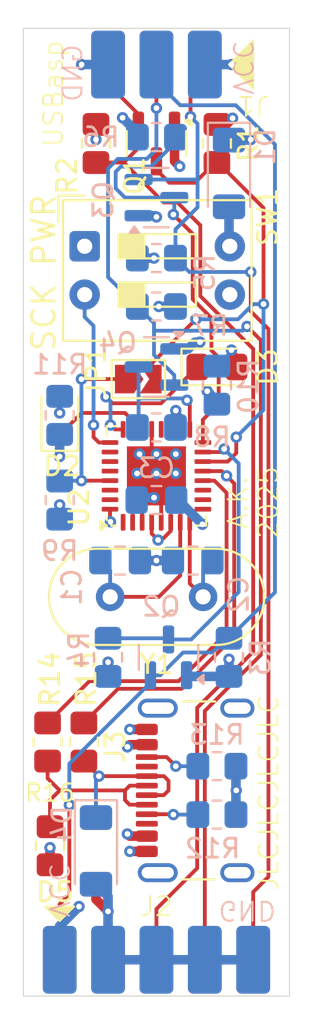
<source format=kicad_pcb>
(kicad_pcb (version 20241229) (generator "pcbnew") (generator_version "9.0")
  (layers (0 "F.Cu" signal) (4 "In1.Cu" signal) (6 "In2.Cu" signal) (2 "B.Cu" signal) (13 "F.Paste" user) (15 "B.Paste" user) (5 "F.SilkS" user "F.Silkscreen") (7 "B.SilkS" user "B.Silkscreen") (1 "F.Mask" user) (3 "B.Mask" user) (25 "Edge.Cuts" user))
  (net 0 "")
  (net 1 "GND")
  (net 2 "Net-(U2-PB6{slash}XTAL1)")
  (net 3 "Net-(U2-PB7{slash}XTAL2)")
  (net 4 "Net-(D1-A)")
  (net 5 "VCC")
  (net 6 "Net-(D2-K)")
  (net 7 "Net-(D2-A)")
  (net 8 "Net-(D3-A)")
  (net 9 "Net-(D3-K)")
  (net 10 "Net-(D4-K)")
  (net 11 "Net-(D5-K)")
  (net 12 "/shifter/LD1")
  (net 13 "/shifter/LD3")
  (net 14 "/shifter/LD0")
  (net 15 "/shifter/LD2")
  (net 17 "/shifter/HD0")
  (net 18 "/shifter/HD1")
  (net 19 "/shifter/HD2")
  (net 20 "/shifter/HD3")
  (net 21 "+5V")
  (net 22 "Net-(JP1-A)")
  (net 23 "Net-(J3-CC1)")
  (net 24 "Net-(J3-CC2)")
  (net 25 "Net-(U2-PB0)")
  (net 26 "Net-(U2-PB1)")
  (net 27 "Net-(U2-PC2)")
  (footprint "LED_SMD:LED_0805_2012Metric_Pad1.15x1.40mm_HandSolder" (layer "F.Cu") (at 172.72 97.155 90)
    (property "Reference" "D2")
    (property "Value" "Green")
  )
  (footprint "Resistor_SMD:R_0805_2012Metric_Pad1.20x1.40mm_HandSolder" (layer "F.Cu") (at 173.99 114.3 -90)
    (property "Reference" "R15")
    (property "Value" "66R")
  )
  (footprint "Diode_SMD:D_MiniMELF" (layer "F.Cu") (at 174.625 120.015 -90)
    (property "Reference" "D5")
    (property "Value" "3V6")
  )
  (footprint "Resistor_SMD:R_0805_2012Metric_Pad1.20x1.40mm_HandSolder" (layer "F.Cu") (at 174.625 82.8825 -90)
    (property "Reference" "R2")
    (property "Value" "4K7")
  )
  (footprint "Package_TO_SOT_SMD:SOT-23" (layer "F.Cu") (at 177.8 82.8825 -90)
    (property "Reference" "Q1")
    (property "Value" "BS170F")
  )
  (footprint "Button_Switch_THT:SW_DIP_SPSTx02_Slide_9.78x7.26mm_W7.62mm_P2.54mm" (layer "F.Cu") (at 174.0325 88.2775)
    (property "Reference" "SW1")
    (property "Value" "SW_DIP_x02")
  )
  (footprint "Package_DFN_QFN:QFN-32-1EP_5x5mm_P0.5mm_EP3.1x3.1mm" (layer "F.Cu") (at 177.8 100.33 90)
    (property "Reference" "U2")
    (property "Value" "ATmega8A-M")
  )
  (footprint "LED_SMD:LED_0805_2012Metric_Pad1.15x1.40mm_HandSolder" (layer "F.Cu") (at 180.975 94.615)
    (property "Reference" "D3")
    (property "Value" "Red")
  )
  (footprint "Resistor_SMD:R_0805_2012Metric_Pad1.20x1.40mm_HandSolder" (layer "F.Cu") (at 172.212 119.745 90)
    (property "Reference" "R16")
    (property "Value" "2K2")
  )
  (footprint "Jumper:SolderJumper-2_P1.3mm_Open_TrianglePad1.0x1.5mm" (layer "F.Cu") (at 176.8475 95.25)
    (property "Reference" "JP1")
    (property "Value" "Jumper_2_Open")
  )
  (footprint "Connector_USB:USB_C_Receptacle_GCT_USB4105-xx-A_16P_TopMnt_Horizontal" (layer "F.Cu") (at 180.975 116.84 90)
    (property "Reference" "J3")
    (property "Value" "USB_C_Receptacle_USB2.0_14P")
  )
  (footprint "Resistor_SMD:R_0805_2012Metric_Pad1.20x1.40mm_HandSolder" (layer "F.Cu") (at 180.975 82.8825 -90)
    (property "Reference" "R1")
    (property "Value" "4K7")
  )
  (footprint "isp:Edge6" (layer "F.Cu") (at 177.8 78.74 180)
    (property "Reference" "J1")
    (property "Value" "AVR-ISP-6")
  )
  (footprint "isp:Edge10" (layer "F.Cu") (at 177.8 125.73)
    (property "Reference" "J2")
    (property "Value" "AVR-ISP-10")
  )
  (footprint "Crystal:Crystal_HC49-U_Vertical" (layer "F.Cu") (at 180.25 106.68 180)
    (property "Reference" "Y1")
    (property "Value" "12M")
  )
  (footprint "Resistor_SMD:R_0805_2012Metric_Pad1.20x1.40mm_HandSolder" (layer "F.Cu") (at 172.085 114.3 -90)
    (property "Reference" "R14")
    (property "Value" "66R")
  )
  (footprint "Package_TO_SOT_SMD:SOT-23" (layer "B.Cu") (at 177.8 94.615 180)
    (property "Reference" "Q4")
    (property "Value" "BS170F")
  )
  (footprint "Resistor_SMD:R_0805_2012Metric_Pad1.20x1.40mm_HandSolder" (layer "B.Cu") (at 180.975 118.11 180)
    (property "Reference" "R12")
    (property "Value" "1K5")
  )
  (footprint "Resistor_SMD:R_0805_2012Metric_Pad1.20x1.40mm_HandSolder" (layer "B.Cu") (at 180.975 115.57 180)
    (property "Reference" "R13")
    (property "Value" "1K5")
  )
  (footprint "Capacitor_SMD:C_0805_2012Metric_Pad1.18x1.45mm_HandSolder" (layer "B.Cu") (at 179.705 104.775 180)
    (property "Reference" "C2")
    (property "Value" "22p")
  )
  (footprint "Resistor_SMD:R_0805_2012Metric_Pad1.20x1.40mm_HandSolder" (layer "B.Cu") (at 177.8 97.79 180)
    (property "Reference" "R8")
    (property "Value" "4K7")
  )
  (footprint "Diode_SMD:D_MiniMELF" (layer "B.Cu") (at 174.625 120.015 -90)
    (property "Reference" "D4")
    (property "Value" "3V6")
  )
  (footprint "Capacitor_SMD:C_0805_2012Metric_Pad1.18x1.45mm_HandSolder" (layer "B.Cu") (at 177.8 101.6 180)
    (property "Reference" "C3")
    (property "Value" "100n")
  )
  (footprint "Package_TO_SOT_SMD:SOT-23" (layer "B.Cu") (at 178.435 109.855 90)
    (property "Reference" "Q2")
    (property "Value" "BS170F")
  )
  (footprint "Resistor_SMD:R_0805_2012Metric_Pad1.20x1.40mm_HandSolder" (layer "B.Cu") (at 177.8 91.44 180)
    (property "Reference" "R7")
    (property "Value" "4K7")
  )
  (footprint "Resistor_SMD:R_0805_2012Metric_Pad1.20x1.40mm_HandSolder" (layer "B.Cu") (at 172.72 101.6 90)
    (property "Reference" "R9")
    (property "Value" "10K")
  )
  (footprint "Resistor_SMD:R_0805_2012Metric_Pad1.20x1.40mm_HandSolder" (layer "B.Cu") (at 172.72 97.155 -90)
    (property "Reference" "R11")
    (property "Value" "1K")
  )
  (footprint "Resistor_SMD:R_0805_2012Metric_Pad1.20x1.40mm_HandSolder" (layer "B.Cu") (at 177.8 82.55)
    (property "Reference" "R6")
    (property "Value" "4K7")
  )
  (footprint "Package_TO_SOT_SMD:SOT-23" (layer "B.Cu") (at 177.8 85.725)
    (property "Reference" "Q3")
    (property "Value" "BS170F")
  )
  (footprint "Resistor_SMD:R_0805_2012Metric_Pad1.20x1.40mm_HandSolder" (layer "B.Cu") (at 177.8 88.9)
    (property "Reference" "R5")
    (property "Value" "4K7")
  )
  (footprint "Capacitor_SMD:C_0805_2012Metric_Pad1.18x1.45mm_HandSolder" (layer "B.Cu") (at 175.895 104.775)
    (property "Reference" "C1")
    (property "Value" "22p")
  )
  (footprint "Resistor_SMD:R_0805_2012Metric_Pad1.20x1.40mm_HandSolder" (layer "B.Cu") (at 181.61 109.855 90)
    (property "Reference" "R3")
    (property "Value" "4K7")
  )
  (footprint "Resistor_SMD:R_0805_2012Metric_Pad1.20x1.40mm_HandSolder" (layer "B.Cu") (at 175.26 109.855 90)
    (property "Reference" "R4")
    (property "Value" "4K7")
  )
  (footprint "Resistor_SMD:R_0805_2012Metric_Pad1.20x1.40mm_HandSolder" (layer "B.Cu") (at 180.975 95.5675 -90)
    (property "Reference" "R10")
    (property "Value" "1K")
  )
  (footprint "Diode_SMD:D_MiniMELF" (layer "B.Cu") (at 181.61 84.455 -90)
    (property "Reference" "D1")
    (property "Value" "LL4148")
  )
  (gr_poly (pts (xy 172.72 123.698) (xy 171.958 122.936) (xy 173.482 122.936)) (stroke (width 0.1)) (fill yes) (layer "F.SilkS"))
  (gr_poly (pts (xy 181.61 78.74) (xy 182.88 77.47) (xy 182.88 80.01)) (stroke (width 0.1)) (fill yes) (layer "F.SilkS"))
  (gr_line (start 184.785 127.635) (end 184.785 76.835) (stroke (width 0.05)) (layer "Edge.Cuts"))
  (gr_line (start 170.815 76.835) (end 170.815 127.635) (stroke (width 0.05)) (layer "Edge.Cuts"))
  (gr_line (start 184.785 76.835) (end 170.815 76.835) (stroke (width 0.05)) (layer "Edge.Cuts"))
  (gr_line (start 170.815 127.635) (end 184.785 127.635) (stroke (width 0.05)) (layer "Edge.Cuts"))
  (gr_text "JLCJLCJLCJLC" (at 184.277 122.174 90) (layer "F.SilkS") (effects (font (size 1 1) (thickness 0.1)) (justify left bottom)))
  (gr_text "A.K.\n2025" (at 182.88 101.727 90) (layer "F.SilkS") (effects (font (size 1 1) (thickness 0.1))))
  (gr_text "SCK PWR" (at 172.593 89.662 90) (layer "F.SilkS") (effects (font (size 1.2 1.2)) (justify bottom)))
  (gr_text "USBasp" (at 172.974 80.264 90) (layer "F.SilkS") (effects (font (size 1 1) (thickness 0.1)) (justify bottom)))
  (gr_text "GND" (at 173.99 77.597 90) (layer "B.SilkS") (effects (font (size 1 1) (thickness 0.1)) (justify left bottom mirror)))
  (gr_text "VCC" (at 181.737 80.391 270) (layer "B.SilkS") (effects (font (size 1 1) (thickness 0.1)) (justify left bottom mirror)))
  (gr_text "VCC" (at 172.085 123.571 270) (layer "B.SilkS") (effects (font (size 1 1) (thickness 0.1)) (justify left bottom mirror)))
  (gr_text "GND" (at 180.975 122.555 180) (layer "B.SilkS") (effects (font (size 1 1) (thickness 0.1)) (justify left bottom mirror)))
  (segment (start 174.625 121.765) (end 174.625 122.555) (width 0.5) (layer "F.Cu") (net 1))
  (segment (start 177.55 99.187) (end 176.911 99.187) (width 0.2) (layer "F.Cu") (net 1))
  (segment (start 177.8 100.203) (end 177.8 100.33) (width 0.2) (layer "F.Cu") (net 1))
  (segment (start 174.625 122.555) (end 175.26 123.19) (width 0.5) (layer "F.Cu") (net 1))
  (segment (start 177.8 100.33) (end 178.05 100.58) (width 0.2) (layer "F.Cu") (net 1))
  (segment (start 177.55 99.826) (end 176.911 99.187) (width 0.2) (layer "F.Cu") (net 1))
  (segment (start 178.05 100.58) (end 178.05 102.7675) (width 0.2) (layer "F.Cu") (net 1))
  (segment (start 177.673 100.203) (end 177.55 100.08) (width 0.2) (layer "F.Cu") (net 1))
  (segment (start 177.673 100.33) (end 177.673 100.457) (width 0.2) (layer "F.Cu") (net 1))
  (segment (start 177.8 100.203) (end 177.673 100.33) (width 0.2) (layer "F.Cu") (net 1))
  (segment (start 177.55 97.8925) (end 177.55 99.187) (width 0.2) (layer "F.Cu") (net 1))
  (segment (start 176.403 113.64) (end 177.295 113.64) (width 0.5) (layer "F.Cu") (net 1))
  (segment (start 177.8 100.203) (end 177.673 100.203) (width 0.2) (layer "F.Cu") (net 1))
  (segment (start 177.05 101.08) (end 177.05 102.7675) (width 0.2) (layer "F.Cu") (net 1))
  (segment (start 176.403 120.04) (end 177.295 120.04) (width 0.5) (layer "F.Cu") (net 1))
  (segment (start 177.55 100.08) (end 177.55 99.826) (width 0.2) (layer "F.Cu") (net 1))
  (segment (start 177.673 100.457) (end 177.05 101.08) (width 0.2) (layer "F.Cu") (net 1))
  (via (at 177.8 104.775) (size 0.6) (drill 0.3) (layers "F.Cu" "B.Cu") (net 1))
  (via (at 178.816 99.187) (size 0.6) (drill 0.3) (layers "F.Cu" "B.Cu") (net 1))
  (via (at 176.403 120.04) (size 0.6) (drill 0.3) (layers "F.Cu" "B.Cu") (net 1))
  (via (at 178.816 100.203) (size 0.6) (drill 0.3) (layers "F.Cu" "B.Cu") (net 1))
  (via (at 177.8 100.203) (size 0.6) (drill 0.3) (layers "F.Cu" "B.Cu") (net 1))
  (via (at 175.26 123.19) (size 0.6) (drill 0.3) (layers "F.Cu" "B.Cu") (net 1))
  (via (at 181.991 116.84) (size 0.6) (drill 0.3) (layers "F.Cu" "B.Cu") (net 1))
  (via (at 177.673 101.473) (size 0.6) (drill 0.3) (layers "F.Cu" "B.Cu") (net 1))
  (via (at 176.784 100.203) (size 0.6) (drill 0.3) (layers "F.Cu" "B.Cu") (net 1))
  (via (at 176.911 99.187) (size 0.6) (drill 0.3) (layers "F.Cu" "B.Cu") (net 1))
  (via (at 176.403 113.64) (size 0.6) (drill 0.3) (layers "F.Cu" "B.Cu") (net 1))
  (via (at 177.8 99.187) (size 0.6) (drill 0.3) (layers "F.Cu" "B.Cu") (net 1))
  (via (at 173.871 78.74) (size 0.6) (drill 0.3) (layers "F.Cu" "B.Cu") (net 1))
  (segment (start 175.26 122.4) (end 175.26 123.19) (width 0.5) (layer "B.Cu") (net 1))
  (segment (start 174.625 121.765) (end 175.26 122.4) (width 0.5) (layer "B.Cu") (net 1))
  (segment (start 181.975 118.11) (end 181.975 116.856) (width 0.5) (layer "B.Cu") (net 1))
  (segment (start 181.975 115.57) (end 181.975 116.824) (width 0.5) (layer "B.Cu") (net 1))
  (segment (start 181.975 116.824) (end 181.991 116.84) (width 0.5) (layer "B.Cu") (net 1))
  (segment (start 181.975 116.856) (end 181.991 116.84) (width 0.5) (layer "B.Cu") (net 1))
  (segment (start 178.6675 104.775) (end 177.8 104.775) (width 0.5) (layer "B.Cu") (net 1))
  (segment (start 175.26 78.74) (end 173.871 78.74) (width 0.5) (layer "B.Cu") (net 1))
  (segment (start 177.8 125.73) (end 180.34 125.73) (width 0.5) (layer "B.Cu") (net 1))
  (segment (start 175.26 125.73) (end 177.8 125.73) (width 0.5) (layer "B.Cu") (net 1))
  (segment (start 176.9325 104.775) (end 177.8 104.775) (width 0.5) (layer "B.Cu") (net 1))
  (segment (start 180.34 125.73) (end 182.88 125.73) (width 0.5) (layer "B.Cu") (net 1))
  (segment (start 175.26 123.19) (end 175.26 125.73) (width 0.5) (layer "B.Cu") (net 1))
  (segment (start 176.8895 101.473) (end 176.7625 101.6) (width 0.5) (layer "B.Cu") (net 1))
  (segment (start 177.673 101.473) (end 176.8895 101.473) (width 0.5) (layer "B.Cu") (net 1))
  (segment (start 179.05 105.557) (end 179.05 102.7675) (width 0.2) (layer "F.Cu") (net 2))
  (segment (start 177.927 106.68) (end 179.05 105.557) (width 0.2) (layer "F.Cu") (net 2))
  (segment (start 175.37 106.68) (end 177.927 106.68) (width 0.2) (layer "F.Cu") (net 2))
  (segment (start 175.37 106.68) (end 175.37 105.2875) (width 0.2) (layer "B.Cu") (net 2))
  (segment (start 175.37 105.2875) (end 174.8575 104.775) (width 0.2) (layer "B.Cu") (net 2))
  (segment (start 180.25 106.68) (end 179.55 105.98) (width 0.2) (layer "F.Cu") (net 3))
  (segment (start 179.55 105.98) (end 179.55 102.7675) (width 0.2) (layer "F.Cu") (net 3))
  (segment (start 180.25 105.2675) (end 180.7425 104.775) (width 0.2) (layer "B.Cu") (net 3))
  (segment (start 180.25 106.68) (end 180.25 105.2675) (width 0.2) (layer "B.Cu") (net 3))
  (segment (start 181.61 88.235) (end 181.6525 88.2775) (width 0.5) (layer "B.Cu") (net 4))
  (segment (start 181.61 86.205) (end 181.61 88.235) (width 0.5) (layer "B.Cu") (net 4))
  (segment (start 178.75 83.813697) (end 179.019916 84.083613) (width 0.5) (layer "F.Cu") (net 5))
  (segment (start 174.625 82.677) (end 174.625 81.8825) (width 0.5) (layer "F.Cu") (net 5))
  (segment (start 178.75 81.945) (end 178.75 83.813697) (width 0.5) (layer "F.Cu") (net 5))
  (via (at 174.625 82.677) (size 0.6) (drill 0.3) (layers "F.Cu" "B.Cu") (net 5))
  (via (at 177.8 86.741) (size 0.6) (drill 0.3) (layers "F.Cu" "B.Cu") (net 5))
  (via (at 177.927 91.44) (size 0.6) (drill 0.3) (layers "F.Cu" "B.Cu") (net 5))
  (via (at 181.61 109.955) (size 0.6) (drill 0.3) (layers "F.Cu" "B.Cu") (net 5))
  (via (at 181.737 78.74) (size 0.6) (drill 0.3) (layers "F.Cu" "B.Cu") (net 5))
  (via (at 179.019916 84.083613) (size 0.6) (drill 0.3) (layers "F.Cu" "B.Cu") (net 5))
  (via (at 182.753 82.677) (size 0.6) (drill 0.3) (layers "F.Cu" "B.Cu") (net 5))
  (via (at 173.736 122.936) (size 0.6) (drill 0.3) (layers "F.Cu" "B.Cu") (net 5))
  (via (at 180.086 93.31) (size 0.6) (drill 0.3) (layers "F.Cu" "B.Cu") (net 5))
  (via (at 177.673 88.9) (size 0.6) (drill 0.3) (layers "F.Cu" "B.Cu") (net 5))
  (segment (start 177.734 86.675) (end 177.8 86.741) (width 0.5) (layer "B.Cu") (net 5))
  (segment (start 182.725 82.705) (end 182.753 82.677) (width 0.5) (layer "B.Cu") (net 5))
  (segment (start 176.8 88.9) (end 177.673 88.9) (width 0.5) (layer "B.Cu") (net 5))
  (segment (start 172.72 123.952) (end 172.72 125.73) (width 0.5) (layer "B.Cu") (net 5))
  (segment (start 181.61 110.855) (end 179.4475 110.855) (width 0.5) (layer "B.Cu") (net 5))
  (segment (start 177.927 91.44) (end 178.8 91.44) (width 0.5) (layer "B.Cu") (net 5))
  (segment (start 181.61 110.855) (end 181.61 109.955) (width 0.5) (layer "B.Cu") (net 5))
  (segment (start 180.34 78.74) (end 181.737 78.74) (width 0.5) (layer "B.Cu") (net 5))
  (segment (start 173.736 122.936) (end 172.72 123.952) (width 0.5) (layer "B.Cu") (net 5))
  (segment (start 179.466637 93.665) (end 178.7375 93.665) (width 0.5) (layer "B.Cu") (net 5))
  (segment (start 181.61 82.705) (end 182.725 82.705) (width 0.5) (layer "B.Cu") (net 5))
  (segment (start 179.4475 110.855) (end 179.385 110.7925) (width 0.5) (layer "B.Cu") (net 5))
  (segment (start 176.8625 86.675) (end 177.734 86.675) (width 0.5) (layer "B.Cu") (net 5))
  (segment (start 179.821637 93.31) (end 179.466637 93.665) (width 0.5) (layer "B.Cu") (net 5))
  (segment (start 180.086 93.31) (end 179.821637 93.31) (width 0.5) (layer "B.Cu") (net 5))
  (segment (start 176.55 97.8925) (end 176.55 97.429) (width 0.2) (layer "F.Cu") (net 6))
  (segment (start 176.149 97.028) (end 173.872 97.028) (width 0.2) (layer "F.Cu") (net 6))
  (segment (start 173.872 97.028) (end 172.72 98.18) (width 0.2) (layer "F.Cu") (net 6))
  (segment (start 176.55 97.429) (end 176.149 97.028) (width 0.2) (layer "F.Cu") (net 6))
  (segment (start 172.72 96.13) (end 172.72 97.028) (width 0.2) (layer "F.Cu") (net 7))
  (via (at 172.72 97.028) (size 0.6) (drill 0.3) (layers "F.Cu" "B.Cu") (net 7))
  (segment (start 172.72 97.028) (end 172.72 96.155) (width 0.2) (layer "B.Cu") (net 7))
  (segment (start 182 93.989) (end 182 94.615) (width 0.2) (layer "F.Cu") (net 8))
  (segment (start 181.737 93.726) (end 182 93.989) (width 0.2) (layer "F.Cu") (net 8))
  (via (at 181.737 93.726) (size 0.6) (drill 0.3) (layers "F.Cu" "B.Cu") (net 8))
  (segment (start 181.737 93.8055) (end 180.975 94.5675) (width 0.2) (layer "B.Cu") (net 8))
  (segment (start 181.737 93.726) (end 181.737 93.8055) (width 0.2) (layer "B.Cu") (net 8))
  (segment (start 175.6165 97.8925) (end 175.387 97.663) (width 0.2) (layer "F.Cu") (net 9))
  (segment (start 175.150788 96.179388) (end 175.4914 96.52) (width 0.2) (layer "F.Cu") (net 9))
  (segment (start 176.05 97.8925) (end 175.6165 97.8925) (width 0.2) (layer "F.Cu") (net 9))
  (segment (start 175.4914 96.52) (end 178.045 96.52) (width 0.2) (layer "F.Cu") (net 9))
  (segment (start 179.95 94.615) (end 178.045 96.52) (width 0.2) (layer "F.Cu") (net 9))
  (via (at 175.150788 96.179388) (size 0.6) (drill 0.3) (layers "F.Cu" "B.Cu") (net 9))
  (via (at 175.387 97.663) (size 0.6) (drill 0.3) (layers "F.Cu" "B.Cu") (net 9))
  (segment (start 175.387 97.663) (end 175.387 96.4156) (width 0.2) (layer "B.Cu") (net 9))
  (segment (start 175.387 96.4156) (end 175.150788 96.179388) (width 0.2) (layer "B.Cu") (net 9))
  (segment (start 174.78 116.09) (end 173.99 115.3) (width 0.2) (layer "F.Cu") (net 10))
  (segment (start 178.193 116.09) (end 178.435 116.332) (width 0.2) (layer "F.Cu") (net 10))
  (segment (start 177.295 116.09) (end 178.193 116.09) (width 0.2) (layer "F.Cu") (net 10))
  (segment (start 178.185 117.09) (end 177.295 117.09) (width 0.2) (layer "F.Cu") (net 10))
  (segment (start 174.78 116.09) (end 177.295 116.09) (width 0.2) (layer "F.Cu") (net 10))
  (segment (start 178.435 116.84) (end 178.185 117.09) (width 0.2) (layer "F.Cu") (net 10))
  (segment (start 178.435 116.332) (end 178.435 116.84) (width 0.2) (layer "F.Cu") (net 10))
  (via (at 174.78 116.09) (size 0.6) (drill 0.3) (layers "F.Cu" "B.Cu") (net 10))
  (segment (start 174.78 116.09) (end 174.625 116.245) (width 0.2) (layer "B.Cu") (net 10))
  (segment (start 174.625 116.245) (end 174.625 118.265) (width 0.2) (layer "B.Cu") (net 10))
  (segment (start 174.625 118.265) (end 174.625 116.84) (width 0.2) (layer "F.Cu") (net 11))
  (segment (start 177.295 117.59) (end 176.391 117.59) (width 0.2) (layer "F.Cu") (net 11))
  (segment (start 172.72 116.84) (end 172.212 117.348) (width 0.2) (layer "F.Cu") (net 11))
  (segment (start 174.625 116.84) (end 172.72 116.84) (width 0.2) (layer "F.Cu") (net 11))
  (segment (start 176.391 117.59) (end 176.149 117.348) (width 0.2) (layer "F.Cu") (net 11))
  (segment (start 176.149 117.348) (end 176.149 116.84) (width 0.2) (layer "F.Cu") (net 11))
  (segment (start 176.399 116.59) (end 177.295 116.59) (width 0.2) (layer "F.Cu") (net 11))
  (segment (start 172.72 116.84) (end 172.085 116.205) (width 0.2) (layer "F.Cu") (net 11))
  (segment (start 172.212 117.348) (end 172.212 118.745) (width 0.2) (layer "F.Cu") (net 11))
  (segment (start 172.085 116.205) (end 172.085 115.3) (width 0.2) (layer "F.Cu") (net 11))
  (segment (start 176.149 116.84) (end 174.625 116.84) (width 0.2) (layer "F.Cu") (net 11))
  (segment (start 176.149 116.84) (end 176.399 116.59) (width 0.2) (layer "F.Cu") (net 11))
  (segment (start 173.101 122.428) (end 173.228 122.301) (width 0.2) (layer "F.Cu") (net 12))
  (segment (start 172.72 125.73) (end 172.72 122.809) (width 0.2) (layer "F.Cu") (net 12))
  (segment (start 173.228 122.301) (end 173.228 117.602) (width 0.2) (layer "F.Cu") (net 12))
  (segment (start 172.72 122.809) (end 173.101 122.428) (width 0.2) (layer "F.Cu") (net 12))
  (via (at 173.228 117.602) (size 0.6) (drill 0.3) (layers "F.Cu" "B.Cu") (net 12))
  (segment (start 184.023 106.442) (end 184.023 82.931) (width 0.2) (layer "B.Cu") (net 12))
  (segment (start 173.228 115.443) (end 177.485 111.186) (width 0.2) (layer "B.Cu") (net 12))
  (segment (start 177.485 111.186) (end 177.485 110.7925) (width 0.2) (layer "B.Cu") (net 12))
  (segment (start 180.729 109.601) (end 181.475 108.855) (width 0.2) (layer "B.Cu") (net 12))
  (segment (start 184.023 82.931) (end 181.968965 80.876965) (width 0.2) (layer "B.Cu") (net 12))
  (segment (start 179.197 109.601) (end 180.729 109.601) (width 0.2) (layer "B.Cu") (net 12))
  (segment (start 181.475 108.855) (end 181.61 108.855) (width 0.2) (layer "B.Cu") (net 12))
  (segment (start 181.61 108.855) (end 184.023 106.442) (width 0.2) (layer "B.Cu") (net 12))
  (segment (start 177.485 110.7925) (end 178.0055 110.7925) (width 0.2) (layer "B.Cu") (net 12))
  (segment (start 177.8 79.629) (end 177.8 78.74) (width 0.2) (layer "B.Cu") (net 12))
  (segment (start 181.968965 80.876965) (end 179.047965 80.876965) (width 0.2) (layer "B.Cu") (net 12))
  (segment (start 178.0055 110.7925) (end 179.197 109.601) (width 0.2) (layer "B.Cu") (net 12))
  (segment (start 173.228 117.602) (end 173.228 115.443) (width 0.2) (layer "B.Cu") (net 12))
  (segment (start 179.047965 80.876965) (end 177.8 79.629) (width 0.2) (layer "B.Cu") (net 12))
  (segment (start 180.34 125.73) (end 180.34 112.669) (width 0.2) (layer "F.Cu") (net 13))
  (segment (start 180.34 112.669) (end 183.281 109.728) (width 0.2) (layer "F.Cu") (net 13))
  (segment (start 177.8 78.74) (end 177.8 81.026) (width 0.2) (layer "F.Cu") (net 13))
  (segment (start 183.281 93.209966) (end 182.556282 92.485248) (width 0.2) (layer "F.Cu") (net 13))
  (segment (start 183.281 109.728) (end 183.281 93.209966) (width 0.2) (layer "F.Cu") (net 13))
  (via (at 177.8 81.026) (size 0.6) (drill 0.3) (layers "F.Cu" "B.Cu") (net 13))
  (via (at 182.556282 92.485248) (size 0.6) (drill 0.3) (layers "F.Cu" "B.Cu") (net 13))
  (segment (start 177.8 81.026) (end 177.8 83.185) (width 0.2) (layer "B.Cu") (net 13))
  (segment (start 178.7375 95.0445) (end 178.7375 95.565) (width 0.2) (layer "B.Cu") (net 13))
  (segment (start 177.673 92.71) (end 177.673 93.98) (width 0.2) (layer "B.Cu") (net 13))
  (segment (start 175.26 89.9) (end 176.8 91.44) (width 0.2) (layer "B.Cu") (net 13))
  (segment (start 182.556282 92.485248) (end 182.33153 92.71) (width 0.2) (layer "B.Cu") (net 13))
  (segment (start 177.8 83.185) (end 177.292 83.693) (width 0.2) (layer "B.Cu") (net 13))
  (segment (start 177.292 83.693) (end 175.768 83.693) (width 0.2) (layer "B.Cu") (net 13))
  (segment (start 182.33153 92.71) (end 177.673 92.71) (width 0.2) (layer "B.Cu") (net 13))
  (segment (start 177.673 92.313) (end 176.8 91.44) (width 0.2) (layer "B.Cu") (net 13))
  (segment (start 177.673 92.71) (end 177.673 92.313) (width 0.2) (layer "B.Cu") (net 13))
  (segment (start 175.768 83.693) (end 175.26 84.201) (width 0.2) (layer "B.Cu") (net 13))
  (segment (start 177.673 93.98) (end 178.7375 95.0445) (width 0.2) (layer "B.Cu") (net 13))
  (segment (start 175.26 84.201) (end 175.26 89.9) (width 0.2) (layer "B.Cu") (net 13))
  (segment (start 176.0865 83.8825) (end 174.625 83.8825) (width 0.2) (layer "F.Cu") (net 14))
  (segment (start 182.88 93.6669) (end 180.106 90.8929) (width 0.2) (layer "F.Cu") (net 14))
  (segment (start 176.85 83.119) (end 176.0865 83.8825) (width 0.2) (layer "F.Cu") (net 14))
  (segment (start 180.106 90.8929) (end 180.106 87.181057) (width 0.2) (layer "F.Cu") (net 14))
  (segment (start 176.85 81.945) (end 176.85 81.346) (width 0.2) (layer "F.Cu") (net 14))
  (segment (start 178.183 85.979) (end 176.0865 83.8825) (width 0.2) (layer "F.Cu") (net 14))
  (segment (start 178.903943 85.979) (end 178.183 85.979) (width 0.2) (layer "F.Cu") (net 14))
  (segment (start 179.939 112.5029) (end 182.88 109.5619) (width 0.2) (layer "F.Cu") (net 14))
  (segment (start 177.8 123.063) (end 179.939 120.924) (width 0.2) (layer "F.Cu") (net 14))
  (segment (start 182.88 109.5619) (end 182.88 93.6669) (width 0.2) (layer "F.Cu") (net 14))
  (segment (start 177.8 125.73) (end 177.8 123.063) (width 0.2) (layer "F.Cu") (net 14))
  (segment (start 176.85 81.945) (end 176.85 83.119) (width 0.2) (layer "F.Cu") (net 14))
  (segment (start 176.85 81.346) (end 175.26 79.756) (width 0.2) (layer "F.Cu") (net 14))
  (segment (start 179.939 120.924) (end 179.939 112.5029) (width 0.2) (layer "F.Cu") (net 14))
  (segment (start 180.106 87.181057) (end 178.903943 85.979) (width 0.2) (layer "F.Cu") (net 14))
  (segment (start 175.26 79.756) (end 175.26 78.74) (width 0.2) (layer "F.Cu") (net 14))
  (segment (start 182.88 122.174) (end 183.682 121.372) (width 0.2) (layer "F.Cu") (net 15))
  (segment (start 183.682 92.623) (end 182.753 91.694) (width 0.2) (layer "F.Cu") (net 15))
  (segment (start 183.682 121.372) (end 183.682 92.623) (width 0.2) (layer "F.Cu") (net 15))
  (segment (start 179.589374 81.477965) (end 179.589374 80.379626) (width 0.2) (layer "F.Cu") (net 15))
  (segment (start 182.88 125.73) (end 182.88 122.174) (width 0.2) (layer "F.Cu") (net 15))
  (segment (start 180.34 79.629) (end 180.34 78.74) (width 0.2) (layer "F.Cu") (net 15))
  (segment (start 179.589374 80.379626) (end 180.34 79.629) (width 0.2) (layer "F.Cu") (net 15))
  (segment (start 182.753 91.694) (end 182.753 89.628136) (width 0.2) (layer "F.Cu") (net 15))
  (via (at 182.753 89.628136) (size 0.6) (drill 0.3) (layers "F.Cu" "B.Cu") (net 15))
  (via (at 179.589374 81.477965) (size 0.6) (drill 0.3) (layers "F.Cu" "B.Cu") (net 15))
  (segment (start 178.8 87.392) (end 179.959 86.233) (width 0.2) (layer "B.Cu") (net 15))
  (segment (start 178.8 88.9) (end 178.8 87.392) (width 0.2) (layer "B.Cu") (net 15))
  (segment (start 179.959 81.847591) (end 179.959 84.709) (width 0.2) (layer "B.Cu") (net 15))
  (segment (start 179.959 84.775) (end 176.8625 84.775) (width 0.2) (layer "B.Cu") (net 15))
  (segment (start 182.753 89.628136) (end 179.528136 89.628136) (width 0.2) (layer "B.Cu") (net 15))
  (segment (start 179.589374 81.477965) (end 179.959 81.847591) (width 0.2) (layer "B.Cu") (net 15))
  (segment (start 179.959 84.709) (end 179.959 84.775) (width 0.2) (layer "B.Cu") (net 15))
  (segment (start 179.959 86.233) (end 179.959 84.709) (width 0.2) (layer "B.Cu") (net 15))
  (segment (start 179.528136 89.628136) (end 178.8 88.9) (width 0.2) (layer "B.Cu") (net 15))
  (segment (start 177.5725 94.407769) (end 177.5725 95.25) (width 0.2) (layer "F.Cu") (net 17))
  (segment (start 183.423 86.268) (end 181.0375 83.8825) (width 0.2) (layer "F.Cu") (net 17))
  (segment (start 177.8 83.82) (end 177.8 84.2645) (width 0.2) (layer "F.Cu") (net 17))
  (segment (start 181.0375 83.8825) (end 180.975 83.8825) (width 0.2) (layer "F.Cu") (net 17))
  (segment (start 180.88025 83.8825) (end 180.975 83.8825) (width 0.2) (layer "F.Cu") (net 17))
  (segment (start 181.545592 99.58) (end 181.991 99.134592) (width 0.2) (layer "F.Cu") (net 17))
  (segment (start 179.870268 92.110001) (end 177.5725 94.407769) (width 0.2) (layer "F.Cu") (net 17))
  (segment (start 178.4785 84.943) (end 179.81975 84.943) (width 0.2) (layer "F.Cu") (net 17))
  (segment (start 179.81975 84.943) (end 180.88025 83.8825) (width 0.2) (layer "F.Cu") (net 17))
  (segment (start 183.423 91.313) (end 183.423 86.268) (width 0.2) (layer "F.Cu") (net 17))
  (segment (start 180.2375 99.58) (end 181.545592 99.58) (width 0.2) (layer "F.Cu") (net 17))
  (segment (start 177.8 84.2645) (end 178.4785 84.943) (width 0.2) (layer "F.Cu") (net 17))
  (segment (start 181.991 99.134592) (end 181.991 98.298) (width 0.2) (layer "F.Cu") (net 17))
  (via (at 179.870268 92.110001) (size 0.6) (drill 0.3) (layers "F.Cu" "B.Cu") (net 17))
  (via (at 181.991 98.298) (size 0.6) (drill 0.3) (layers "F.Cu" "B.Cu") (net 17))
  (via (at 183.423 91.313) (size 0.6) (drill 0.3) (layers "F.Cu" "B.Cu") (net 17))
  (segment (start 182.88 91.313) (end 183.423 91.313) (width 0.2) (layer "B.Cu") (net 17))
  (segment (start 182.082999 92.110001) (end 179.870268 92.110001) (width 0.2) (layer "B.Cu") (net 17))
  (segment (start 183.423 96.866) (end 183.423 91.313) (width 0.2) (layer "B.Cu") (net 17))
  (segment (start 182.082999 92.110001) (end 182.88 91.313) (width 0.2) (layer "B.Cu") (net 17))
  (segment (start 181.991 98.298) (end 183.423 96.866) (width 0.2) (layer "B.Cu") (net 17))
  (segment (start 181.356 98.919649) (end 181.195649 99.08) (width 0.2) (layer "F.Cu") (net 18))
  (segment (start 181.195649 99.08) (end 180.2375 99.08) (width 0.2) (layer "F.Cu") (net 18))
  (via (at 181.356 98.919649) (size 0.6) (drill 0.3) (layers "F.Cu" "B.Cu") (net 18))
  (segment (start 181.356 98.919649) (end 182.118 99.681649) (width 0.2) (layer "B.Cu") (net 18))
  (segment (start 179.6265 108.9175) (end 178.435 108.9175) (width 0.2) (layer "B.Cu") (net 18))
  (segment (start 182.118 106.426) (end 179.6265 108.9175) (width 0.2) (layer "B.Cu") (net 18))
  (segment (start 175.26 108.855) (end 178.3725 108.855) (width 0.2) (layer "B.Cu") (net 18))
  (segment (start 178.3725 108.855) (end 178.435 108.9175) (width 0.2) (layer "B.Cu") (net 18))
  (segment (start 182.118 99.681649) (end 182.118 106.426) (width 0.2) (layer "B.Cu") (net 18))
  (segment (start 181.068 94.120473) (end 180.687 93.739473) (width 0.2) (layer "F.Cu") (net 19))
  (segment (start 180.2375 98.58) (end 180.2375 97.3845) (width 0.2) (layer "F.Cu") (net 19))
  (segment (start 180.687 92.041) (end 179.705 91.059) (width 0.2) (layer "F.Cu") (net 19))
  (segment (start 179.705 91.059) (end 179.705 87.63) (width 0.2) (layer "F.Cu") (net 19))
  (segment (start 180.2375 97.3845) (end 181.068 96.554) (width 0.2) (layer "F.Cu") (net 19))
  (segment (start 180.687 93.739473) (end 180.687 92.041) (width 0.2) (layer "F.Cu") (net 19))
  (segment (start 179.705 87.63) (end 178.689 86.614) (width 0.2) (layer "F.Cu") (net 19))
  (segment (start 181.068 96.554) (end 181.068 94.120473) (width 0.2) (layer "F.Cu") (net 19))
  (via (at 178.689 86.614) (size 0.6) (drill 0.3) (layers "F.Cu" "B.Cu") (net 19))
  (segment (start 175.661 84.3671) (end 175.661 85.237) (width 0.2) (layer "B.Cu") (net 19))
  (segment (start 178.8 82.82) (end 177.526 84.094) (width 0.2) (layer "B.Cu") (net 19))
  (segment (start 177.526 84.094) (end 175.9341 84.094) (width 0.2) (layer "B.Cu") (net 19))
  (segment (start 176.149 85.725) (end 178.7375 85.725) (width 0.2) (layer "B.Cu") (net 19))
  (segment (start 178.8 82.55) (end 178.8 82.82) (width 0.2) (layer "B.Cu") (net 19))
  (segment (start 175.661 85.237) (end 176.149 85.725) (width 0.2) (layer "B.Cu") (net 19))
  (segment (start 178.7375 86.5655) (end 178.689 86.614) (width 0.2) (layer "B.Cu") (net 19))
  (segment (start 175.9341 84.094) (end 175.661 84.3671) (width 0.2) (layer "B.Cu") (net 19))
  (segment (start 178.7375 85.725) (end 178.7375 86.5655) (width 0.2) (layer "B.Cu") (net 19))
  (segment (start 179.55 96.504713) (end 179.55 97.8925) (width 0.2) (layer "F.Cu") (net 20))
  (segment (start 179.405895 96.360608) (end 179.55 96.504713) (width 0.2) (layer "F.Cu") (net 20))
  (via (at 179.405895 96.360608) (size 0.6) (drill 0.3) (layers "F.Cu" "B.Cu") (net 20))
  (segment (start 179.311287 96.266) (end 176.8625 96.266) (width 0.2) (layer "B.Cu") (net 20))
  (segment (start 176.8625 96.266) (end 176.8625 97.7275) (width 0.2) (layer "B.Cu") (net 20))
  (segment (start 176.8625 94.615) (end 176.8625 96.266) (width 0.2) (layer "B.Cu") (net 20))
  (segment (start 179.405895 96.360608) (end 179.311287 96.266) (width 0.2) (layer "B.Cu") (net 20))
  (segment (start 176.8625 97.7275) (end 176.8 97.79) (width 0.2) (layer "B.Cu") (net 20))
  (segment (start 176.39 119.24) (end 176.276 119.126) (width 0.5) (layer "F.Cu") (net 21))
  (segment (start 177.55 103.360915) (end 177.55 102.7675) (width 0.2) (layer "F.Cu") (net 21))
  (segment (start 172.212 120.745) (end 172.212 119.845) (width 0.5) (layer "F.Cu") (net 21))
  (segment (start 178.075238 103.69556) (end 177.884645 103.69556) (width 0.2) (layer "F.Cu") (net 21))
  (segment (start 177.884645 103.69556) (end 177.55 103.360915) (width 0.2) (layer "F.Cu") (net 21))
  (segment (start 177.295 119.24) (end 176.39 119.24) (width 0.5) (layer "F.Cu") (net 21))
  (segment (start 181.470972 81.8825) (end 181.798472 81.555) (width 0.5) (layer "F.Cu") (net 21))
  (segment (start 178.55 102.7675) (end 178.55 103.220798) (width 0.2) (layer "F.Cu") (net 21))
  (segment (start 178.55 103.220798) (end 178.075238 103.69556) (width 0.2) (layer "F.Cu") (net 21))
  (segment (start 180.975 81.8825) (end 181.470972 81.8825) (width 0.5) (layer "F.Cu") (net 21))
  (segment (start 179.05 97.135) (end 178.816 96.901) (width 0.2) (layer "F.Cu") (net 21))
  (segment (start 179.05 97.8925) (end 179.05 97.135) (width 0.2) (layer "F.Cu") (net 21))
  (segment (start 177.295 114.44) (end 176.39 114.44) (width 0.5) (layer "F.Cu") (net 21))
  (segment (start 176.39 114.44) (end 176.276 114.554) (width 0.5) (layer "F.Cu") (net 21))
  (via (at 178.816 96.901) (size 0.6) (drill 0.3) (layers "F.Cu" "B.Cu") (net 21))
  (via (at 172.72 101.854) (size 0.6) (drill 0.3) (layers "F.Cu" "B.Cu") (net 21))
  (via (at 172.212 119.845) (size 0.6) (drill 0.3) (layers "F.Cu" "B.Cu") (net 21))
  (via (at 176.276 114.554) (size 0.6) (drill 0.3) (layers "F.Cu" "B.Cu") (net 21))
  (via (at 175.26 110.109) (size 0.6) (drill 0.3) (layers "F.Cu" "B.Cu") (net 21))
  (via (at 172.72 99.314) (size 0.6) (drill 0.3) (layers "F.Cu" "B.Cu") (net 21))
  (via (at 181.798472 81.555) (size 0.6) (drill 0.3) (layers "F.Cu" "B.Cu") (net 21))
  (via (at 176.022 81.534) (size 0.6) (drill 0.3) (layers "F.Cu" "B.Cu") (net 21))
  (via (at 176.276 119.126) (size 0.6) (drill 0.3) (layers "F.Cu" "B.Cu") (net 21))
  (via (at 180.213 102.87) (size 0.6) (drill 0.3) (layers "F.Cu" "B.Cu") (net 21))
  (via (at 177.884645 103.69556) (size 0.6) (drill 0.3) (layers "F.Cu" "B.Cu") (net 21))
  (via (at 180.467 95.885) (size 0.6) (drill 0.3) (layers "F.Cu" "B.Cu") (net 21))
  (segment (start 178.8 96.917) (end 178.816 96.901) (width 0.5) (layer "B.Cu") (net 21))
  (segment (start 178.943 101.6) (end 180.213 102.87) (width 0.5) (layer "B.Cu") (net 21))
  (segment (start 178.8375 101.6) (end 178.943 101.6) (width 0.5) (layer "B.Cu") (net 21))
  (segment (start 180.975 96.393) (end 180.467 95.885) (width 0.5) (layer "B.Cu") (net 21))
  (segment (start 172.72 98.155) (end 172.72 99.314) (width 0.5) (layer "B.Cu") (net 21))
  (segment (start 180.975 96.5675) (end 180.975 96.393) (width 0.5) (layer "B.Cu") (net 21))
  (segment (start 178.8 97.79) (end 178.8 96.917) (width 0.5) (layer "B.Cu") (net 21))
  (segment (start 172.72 102.6) (end 172.72 101.854) (width 0.5) (layer "B.Cu") (net 21))
  (segment (start 176.8 82.312) (end 176.022 81.534) (width 0.5) (layer "B.Cu") (net 21))
  (segment (start 175.26 110.855) (end 175.26 110.109) (width 0.5) (layer "B.Cu") (net 21))
  (segment (start 176.8 82.55) (end 176.8 82.312) (width 0.5) (layer "B.Cu") (net 21))
  (segment (start 173.863 95.25) (end 176.1225 95.25) (width 0.2) (layer "F.Cu") (net 22))
  (segment (start 174.248 100.58) (end 175.3625 100.58) (width 0.2) (layer "F.Cu") (net 22))
  (segment (start 174.244 100.584) (end 174.248 100.58) (width 0.2) (layer "F.Cu") (net 22))
  (segment (start 173.863 100.584) (end 174.244 100.584) (width 0.2) (layer "F.Cu") (net 22))
  (via (at 173.863 100.584) (size 0.6) (drill 0.3) (layers "F.Cu" "B.Cu") (net 22))
  (via (at 173.863 95.25) (size 0.6) (drill 0.3) (layers "F.Cu" "B.Cu") (net 22))
  (segment (start 172.736 100.584) (end 172.72 100.6) (width 0.2) (layer "B.Cu") (net 22))
  (segment (start 173.863 100.584) (end 172.736 100.584) (width 0.2) (layer "B.Cu") (net 22))
  (segment (start 173.863 100.584) (end 173.863 95.25) (width 0.2) (layer "B.Cu") (net 22))
  (segment (start 177.295 118.09) (end 178.669 118.09) (width 0.2) (layer "F.Cu") (net 23))
  (segment (start 178.669 118.09) (end 178.689 118.11) (width 0.2) (layer "F.Cu") (net 23))
  (via (at 178.689 118.11) (size 0.6) (drill 0.3) (layers "F.Cu" "B.Cu") (net 23))
  (segment (start 178.689 118.11) (end 179.975 118.11) (width 0.2) (layer "B.Cu") (net 23))
  (segment (start 177.295 115.09) (end 178.336 115.09) (width 0.2) (layer "F.Cu") (net 24))
  (segment (start 178.336 115.09) (end 178.816 115.57) (width 0.2) (layer "F.Cu") (net 24))
  (via (at 178.816 115.57) (size 0.6) (drill 0.3) (layers "F.Cu" "B.Cu") (net 24))
  (segment (start 178.816 115.57) (end 179.975 115.57) (width 0.2) (layer "B.Cu") (net 24))
  (segment (start 180.844 100.58) (end 180.2375 100.58) (width 0.2) (layer "F.Cu") (net 25))
  (segment (start 181.483 101.219) (end 180.844 100.58) (width 0.2) (layer "F.Cu") (net 25))
  (segment (start 181.483 108.585) (end 181.483 101.219) (width 0.2) (layer "F.Cu") (net 25))
  (segment (start 178.963 111.105) (end 181.483 108.585) (width 0.2) (layer "F.Cu") (net 25))
  (segment (start 174.28 111.105) (end 178.963 111.105) (width 0.2) (layer "F.Cu") (net 25))
  (segment (start 172.085 113.3) (end 174.28 111.105) (width 0.2) (layer "F.Cu") (net 25))
  (segment (start 180.2375 100.08) (end 181.233 100.08) (width 0.2) (layer "F.Cu") (net 26))
  (segment (start 181.884 100.731) (end 181.884 108.7511) (width 0.2) (layer "F.Cu") (net 26))
  (segment (start 175.784 111.506) (end 173.99 113.3) (width 0.2) (layer "F.Cu") (net 26))
  (segment (start 181.884 108.7511) (end 179.1291 111.506) (width 0.2) (layer "F.Cu") (net 26))
  (segment (start 181.483 100.33) (end 181.884 100.731) (width 0.2) (layer "F.Cu") (net 26))
  (segment (start 181.233 100.08) (end 181.483 100.33) (width 0.2) (layer "F.Cu") (net 26))
  (segment (start 179.1291 111.506) (end 175.784 111.506) (width 0.2) (layer "F.Cu") (net 26))
  (segment (start 175.3625 102.08) (end 175.3625 102.7185) (width 0.2) (layer "F.Cu") (net 26))
  (segment (start 175.3625 102.7185) (end 175.387 102.743) (width 0.2) (layer "F.Cu") (net 26))
  (via (at 181.483 100.33) (size 0.6) (drill 0.3) (layers "F.Cu" "B.Cu") (net 26))
  (via (at 175.387 102.743) (size 0.6) (drill 0.3) (layers "F.Cu" "B.Cu") (net 26))
  (segment (start 174.498 98.298) (end 174.78 98.58) (width 0.2) (layer "F.Cu") (net 27))
  (segment (start 174.498 97.663) (end 174.498 98.298) (width 0.2) (layer "F.Cu") (net 27))
  (segment (start 174.78 98.58) (end 175.3625 98.58) (width 0.2) (layer "F.Cu") (net 27))
  (via (at 174.498 97.663) (size 0.6) (drill 0.3) (layers "F.Cu" "B.Cu") (net 27))
  (segment (start 174.498 92.456) (end 174.0325 91.9905) (width 0.2) (layer "B.Cu") (net 27))
  (segment (start 174.498 97.663) (end 174.498 92.456) (width 0.2) (layer "B.Cu") (net 27))
  (segment (start 174.0325 91.9905) (end 174.0325 90.8175) (width 0.2) (layer "B.Cu") (net 27))
)
</source>
